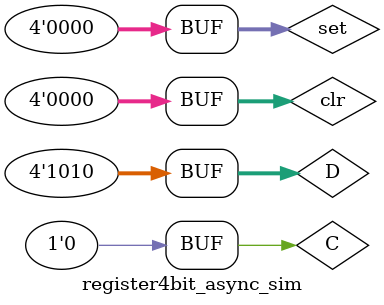
<source format=v>
`timescale 1ns / 1ps


module register4bit_async_sim;

	// Inputs
	reg [3:0] D;
	reg C;
	reg [3:0] set;
	reg [3:0] clr;

	// Outputs
	wire [3:0] Q;
	wire [3:0] notQ;

	// Instantiate the Unit Under Test (UUT)
	register4bit_async uut (
		.D(D), 
		.C(C), 
		.set(set), 
		.clr(clr), 
		.Q(Q), 
		.notQ(notQ)
	);

	initial begin
		// Initialize Inputs
		D = 0;
		C = 0;
		set = 0;
		clr = 0;

		// Wait 100 ns for global reset to finish
		#100;
		
		#10 D = 10;
		#10 C = 1;
		#10 C= 0;
		#10 set = 15;
		#10 set = 0;
		#10 clr = 1;
		#10 clr = 0;
        
		// Add stimulus here

	end
      
endmodule


</source>
